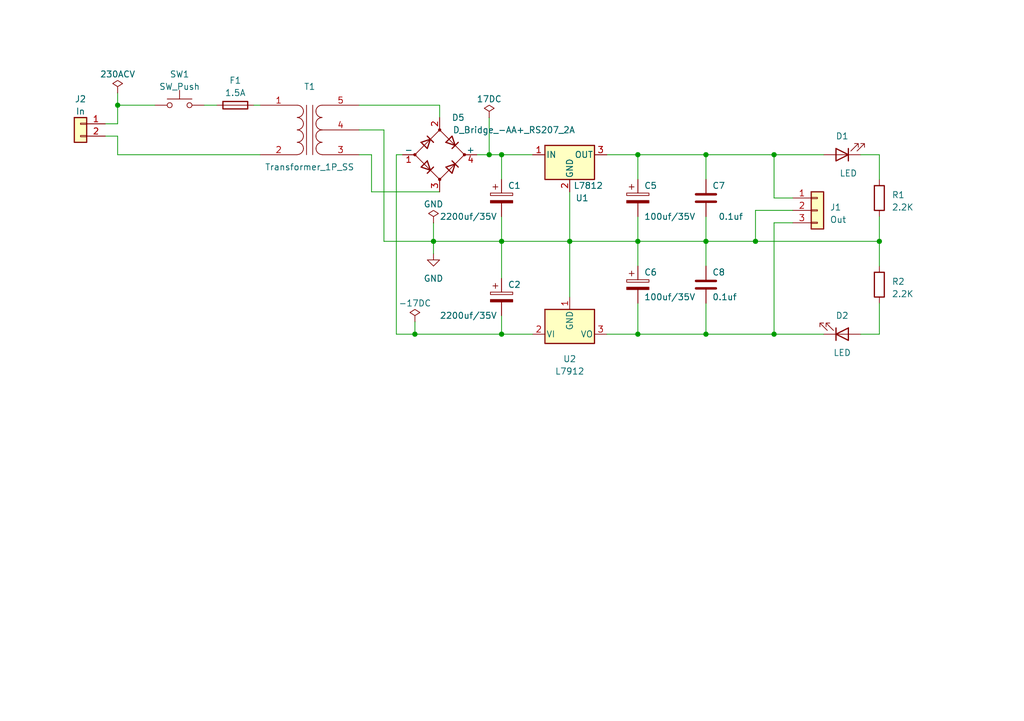
<source format=kicad_sch>
(kicad_sch (version 20230121) (generator eeschema)
  (paper "A5")
  (lib_symbols
    (symbol "Connector_Generic:Conn_01x02" (pin_names (offset 1.016) hide)
      (property "Reference" "J" (at 0 2.54 0))
      (property "Value" "Conn_01x02" (at 0 -5.08 0))
      (symbol "Conn_01x02_1_1"
        (rectangle (start -1.27 -2.413) (end 0 -2.667) (stroke (width 0.1524)))
        (rectangle (start -1.27 0.127) (end 0 -0.127) (stroke (width 0.1524)))
        (rectangle (start -1.27 1.27) (end 1.27 -3.81) (stroke (width 0.254)) (fill (type background)))
        (pin passive line (at -5.08 0 0) (length 3.81) (name "Pin_1") (number "1"))
        (pin passive line (at -5.08 -2.54 0) (length 3.81) (name "Pin_2") (number "2"))
      )
    )
    (symbol "Connector_Generic:Conn_01x03" (pin_names (offset 1.016) hide)
      (property "Reference" "J" (at 0 5.08 0))
      (property "Value" "Conn_01x03" (at 0 -5.08 0))
      (symbol "Conn_01x03_1_1"
        (rectangle (start -1.27 -2.413) (end 0 -2.667) (stroke (width 0.1524)))
        (rectangle (start -1.27 0.127) (end 0 -0.127) (stroke (width 0.1524)))
        (rectangle (start -1.27 2.667) (end 0 2.413) (stroke (width 0.1524)))
        (rectangle (start -1.27 3.81) (end 1.27 -3.81) (stroke (width 0.254)) (fill (type background)))
        (pin passive line (at -5.08 2.54 0) (length 3.81) (name "Pin_1") (number "1"))
        (pin passive line (at -5.08 0 0) (length 3.81) (name "Pin_2") (number "2"))
        (pin passive line (at -5.08 -2.54 0) (length 3.81) (name "Pin_3") (number "3"))
      )
    )
    (symbol "Device:C" (pin_numbers hide) (pin_names (offset 0.254))
      (property "Reference" "C" (at 0.635 2.54 0))
      (property "Value" "C" (at 0.635 -2.54 0))
      (symbol "C_0_1"
        (polyline (pts (xy -2.032 -0.762) (xy 2.032 -0.762)) (stroke (width 0.508)))
        (polyline (pts (xy -2.032 0.762) (xy 2.032 0.762)) (stroke (width 0.508)))
      )
      (symbol "C_1_1"
        (pin passive line (at 0 3.81 270) (length 2.794) (name "~") (number "1"))
        (pin passive line (at 0 -3.81 90) (length 2.794) (name "~") (number "2"))
      )
    )
    (symbol "Device:C_Polarized" (pin_numbers hide) (pin_names (offset 0.254))
      (property "Reference" "C" (at 0.635 2.54 0))
      (property "Value" "C_Polarized" (at 0.635 -2.54 0))
      (symbol "C_Polarized_0_1"
        (rectangle (start -2.286 0.508) (end 2.286 1.016))
        (polyline (pts (xy -1.778 2.286) (xy -0.762 2.286)))
        (polyline (pts (xy -1.27 2.794) (xy -1.27 1.778)))
        (rectangle (start 2.286 -0.508) (end -2.286 -1.016) (fill (type outline)))
      )
      (symbol "C_Polarized_1_1"
        (pin passive line (at 0 3.81 270) (length 2.794) (name "~") (number "1"))
        (pin passive line (at 0 -3.81 90) (length 2.794) (name "~") (number "2"))
      )
    )
    (symbol "Device:D_Bridge_-AA+" (pin_names (offset 0))
      (property "Reference" "D" (at 2.54 6.985 0))
      (property "Value" "D_Bridge_-AA+" (at 2.54 5.08 0))
      (symbol "D_Bridge_-AA+_0_1"
        (circle (center -5.08 0) (radius 0.254) (fill (type outline)))
        (circle (center 0 -5.08) (radius 0.254) (fill (type outline)))
        (polyline (pts (xy -2.54 3.81) (xy -1.27 2.54)) (stroke (width 0.254)))
        (polyline (pts (xy -1.27 -2.54) (xy -2.54 -3.81)) (stroke (width 0.254)))
        (polyline (pts (xy 2.54 -1.27) (xy 3.81 -2.54)) (stroke (width 0.254)))
        (polyline (pts (xy 2.54 1.27) (xy 3.81 2.54)) (stroke (width 0.254)))
        (polyline (pts (xy -3.81 2.54) (xy -2.54 1.27) (xy -1.905 3.175) (xy -3.81 2.54)) (stroke (width 0.254)))
        (polyline (pts (xy -2.54 -1.27) (xy -3.81 -2.54) (xy -1.905 -3.175) (xy -2.54 -1.27)) (stroke (width 0.254)))
        (polyline (pts (xy 1.27 2.54) (xy 2.54 3.81) (xy 3.175 1.905) (xy 1.27 2.54)) (stroke (width 0.254)))
        (polyline (pts (xy 3.175 -1.905) (xy 1.27 -2.54) (xy 2.54 -3.81) (xy 3.175 -1.905)) (stroke (width 0.254)))
        (polyline (pts (xy -5.08 0) (xy 0 -5.08) (xy 5.08 0) (xy 0 5.08) (xy -5.08 0)))
        (circle (center 0 5.08) (radius 0.254) (fill (type outline)))
        (circle (center 5.08 0) (radius 0.254) (fill (type outline)))
      )
      (symbol "D_Bridge_-AA+_1_1"
        (pin passive line (at -7.62 0 0) (length 2.54) (name "-") (number "1"))
        (pin passive line (at 0 7.62 270) (length 2.54) (name "~") (number "2"))
        (pin passive line (at 0 -7.62 90) (length 2.54) (name "~") (number "3"))
        (pin passive line (at 7.62 0 180) (length 2.54) (name "+") (number "4"))
      )
    )
    (symbol "Device:Fuse" (pin_numbers hide) (pin_names (offset 0))
      (property "Reference" "F" (at 2.032 0 90))
      (property "Value" "Fuse" (at -1.905 0 90))
      (symbol "Fuse_0_1"
        (rectangle (start -0.762 -2.54) (end 0.762 2.54) (stroke (width 0.254)))
        (polyline (pts (xy 0 2.54) (xy 0 -2.54)))
      )
      (symbol "Fuse_1_1"
        (pin passive line (at 0 3.81 270) (length 1.27) (name "~") (number "1"))
        (pin passive line (at 0 -3.81 90) (length 1.27) (name "~") (number "2"))
      )
    )
    (symbol "Device:LED" (pin_numbers hide) (pin_names (offset 1.016) hide)
      (property "Reference" "D" (at 0 2.54 0))
      (property "Value" "LED" (at 0 -2.54 0))
      (symbol "LED_0_1"
        (polyline (pts (xy -1.27 -1.27) (xy -1.27 1.27)) (stroke (width 0.254)))
        (polyline (pts (xy -1.27 0) (xy 1.27 0)))
        (polyline (pts (xy 1.27 -1.27) (xy 1.27 1.27) (xy -1.27 0) (xy 1.27 -1.27)) (stroke (width 0.254)))
        (polyline (pts (xy -3.048 -0.762) (xy -4.572 -2.286) (xy -3.81 -2.286) (xy -4.572 -2.286) (xy -4.572 -1.524)))
        (polyline (pts (xy -1.778 -0.762) (xy -3.302 -2.286) (xy -2.54 -2.286) (xy -3.302 -2.286) (xy -3.302 -1.524)))
      )
      (symbol "LED_1_1"
        (pin passive line (at -3.81 0 0) (length 2.54) (name "K") (number "1"))
        (pin passive line (at 3.81 0 180) (length 2.54) (name "A") (number "2"))
      )
    )
    (symbol "Device:R" (pin_numbers hide) (pin_names (offset 0))
      (property "Reference" "R" (at 2.032 0 90))
      (property "Value" "R" (at 0 0 90))
      (symbol "R_0_1"
        (rectangle (start -1.016 -2.54) (end 1.016 2.54) (stroke (width 0.254)))
      )
      (symbol "R_1_1"
        (pin passive line (at 0 3.81 270) (length 1.27) (name "~") (number "1"))
        (pin passive line (at 0 -3.81 90) (length 1.27) (name "~") (number "2"))
      )
    )
    (symbol "Device:Transformer_1P_SS" (pin_names (offset 1.016) hide)
      (property "Reference" "T" (at 0 6.35 0))
      (property "Value" "Transformer_1P_SS" (at 0 -7.62 0))
      (symbol "Transformer_1P_SS_0_1"
        (arc (start -2.54 -5.0546) (mid -1.6599 -4.6901) (end -1.27 -3.81))
        (arc (start -2.54 -2.5146) (mid -1.6599 -2.1501) (end -1.27 -1.27))
        (arc (start -2.54 0.0254) (mid -1.6599 0.3899) (end -1.27 1.27))
        (arc (start -2.54 2.5654) (mid -1.6599 2.9299) (end -1.27 3.81))
        (arc (start -1.27 -3.81) (mid -1.642 -2.912) (end -2.54 -2.54))
        (arc (start -1.27 -1.27) (mid -1.642 -0.372) (end -2.54 0))
        (arc (start -1.27 1.27) (mid -1.642 2.168) (end -2.54 2.54))
        (arc (start -1.27 3.81) (mid -1.642 4.708) (end -2.54 5.08))
        (polyline (pts (xy -0.635 5.08) (xy -0.635 -5.08)))
        (polyline (pts (xy 0.635 -5.08) (xy 0.635 5.08)))
        (arc (start 1.2954 -1.27) (mid 1.6599 -2.1501) (end 2.54 -2.5146))
        (arc (start 1.2954 1.27) (mid 1.6599 0.3899) (end 2.54 0.0254))
        (arc (start 1.2954 3.81) (mid 1.6599 2.9299) (end 2.54 2.5654))
        (arc (start 1.3208 -3.81) (mid 1.6853 -4.6901) (end 2.5654 -5.0546))
        (arc (start 2.54 0) (mid 1.642 -0.372) (end 1.2954 -1.27))
        (arc (start 2.54 2.54) (mid 1.642 2.168) (end 1.2954 1.27))
        (arc (start 2.54 5.08) (mid 1.642 4.708) (end 1.2954 3.81))
        (arc (start 2.5654 -2.54) (mid 1.6674 -2.912) (end 1.3208 -3.81))
      )
      (symbol "Transformer_1P_SS_1_1"
        (pin passive line (at -10.16 5.08 0) (length 7.62) (name "AA") (number "1"))
        (pin passive line (at -10.16 -5.08 0) (length 7.62) (name "AB") (number "2"))
        (pin passive line (at 10.16 -5.08 180) (length 7.62) (name "SA") (number "3"))
        (pin passive line (at 10.16 0 180) (length 7.62) (name "SC") (number "4"))
        (pin passive line (at 10.16 5.08 180) (length 7.62) (name "SB") (number "5"))
      )
    )
    (symbol "Regulator_Linear:L7812" (pin_names (offset 0.254))
      (property "Reference" "U" (at -3.81 3.175 0))
      (property "Value" "L7812" (at 0 3.175 0))
      (symbol "L7812_0_1"
        (rectangle (start -5.08 1.905) (end 5.08 -5.08) (stroke (width 0.254)) (fill (type background)))
      )
      (symbol "L7812_1_1"
        (pin power_in line (at -7.62 0 0) (length 2.54) (name "IN") (number "1"))
        (pin power_in line (at 0 -7.62 90) (length 2.54) (name "GND") (number "2"))
        (pin power_out line (at 7.62 0 180) (length 2.54) (name "OUT") (number "3"))
      )
    )
    (symbol "Regulator_Linear:L7912" (pin_names (offset 0.254))
      (property "Reference" "U" (at -3.81 -3.175 0))
      (property "Value" "L7912" (at 0 -3.175 0))
      (symbol "L7912_0_1"
        (rectangle (start -5.08 5.08) (end 5.08 -1.905) (stroke (width 0.254)) (fill (type background)))
      )
      (symbol "L7912_1_1"
        (pin power_in line (at 0 7.62 270) (length 2.54) (name "GND") (number "1"))
        (pin power_in line (at -7.62 0 0) (length 2.54) (name "VI") (number "2"))
        (pin power_out line (at 7.62 0 180) (length 2.54) (name "VO") (number "3"))
      )
    )
    (symbol "Switch:SW_Push" (pin_numbers hide) (pin_names (offset 1.016) hide)
      (property "Reference" "SW" (at 1.27 2.54 0))
      (property "Value" "SW_Push" (at 0 -1.524 0))
      (symbol "SW_Push_0_1"
        (circle (center -2.032 0) (radius 0.508))
        (polyline (pts (xy 0 1.27) (xy 0 3.048)))
        (polyline (pts (xy 2.54 1.27) (xy -2.54 1.27)))
        (circle (center 2.032 0) (radius 0.508))
        (pin passive line (at -5.08 0 0) (length 2.54) (name "1") (number "1"))
        (pin passive line (at 5.08 0 180) (length 2.54) (name "2") (number "2"))
      )
    )
    (symbol "power:GND" (power) (pin_names (offset 0))
      (property "Value" "GND" (at 0 -3.81 0))
      (symbol "GND_0_1"
        (polyline (pts (xy 0 0) (xy 0 -1.27) (xy 1.27 -1.27) (xy 0 -2.54) (xy -1.27 -1.27) (xy 0 -1.27)))
      )
      (symbol "GND_1_1"
        (pin power_in line (at 0 0 270) (length 0) hide (name "GND") (number "1"))
      )
    )
    (symbol "power:PWR_FLAG" (power) (pin_numbers hide) (pin_names (offset 0) hide)
      (property "Value" "PWR_FLAG" (at 0 3.81 0))
      (symbol "PWR_FLAG_0_0"
        (pin power_out line (at 0 0 90) (length 0) (name "pwr") (number "1"))
      )
      (symbol "PWR_FLAG_0_1"
        (polyline (pts (xy 0 0) (xy 0 1.27) (xy -1.016 1.905) (xy 0 2.54) (xy 1.016 1.905) (xy 0 1.27)))
      )
    )
  )
  (junction (at 24.13 21.59))
  (junction (at 85.09 68.58))
  (junction (at 130.81 31.75))
  (junction (at 102.87 68.58))
  (junction (at 144.78 68.58))
  (junction (at 144.78 49.53))
  (junction (at 130.81 49.53))
  (junction (at 102.87 49.53))
  (junction (at 102.87 31.75))
  (junction (at 154.94 49.53))
  (junction (at 180.34 49.53))
  (junction (at 130.81 68.58))
  (junction (at 158.75 31.75))
  (junction (at 88.9 49.53))
  (junction (at 144.78 31.75))
  (junction (at 116.84 49.53))
  (junction (at 100.33 31.75))
  (junction (at 158.75 68.58))
  (wire (pts (xy 100.33 31.75) (xy 102.87 31.75)))
  (wire (pts (xy 176.53 31.75) (xy 180.34 31.75)))
  (wire (pts (xy 73.66 21.59) (xy 90.17 21.59)))
  (wire (pts (xy 144.78 68.58) (xy 144.78 62.23)))
  (wire (pts (xy 158.75 31.75) (xy 168.91 31.75)))
  (wire (pts (xy 73.66 31.75) (xy 76.2 31.75)))
  (wire (pts (xy 88.9 49.53) (xy 102.87 49.53)))
  (wire (pts (xy 102.87 49.53) (xy 102.87 57.15)))
  (wire (pts (xy 180.34 31.75) (xy 180.34 36.83)))
  (wire (pts (xy 24.13 25.4) (xy 21.59 25.4)))
  (wire (pts (xy 85.09 68.58) (xy 102.87 68.58)))
  (wire (pts (xy 144.78 68.58) (xy 158.75 68.58)))
  (wire (pts (xy 102.87 68.58) (xy 109.22 68.58)))
  (wire (pts (xy 130.81 49.53) (xy 116.84 49.53)))
  (wire (pts (xy 162.56 45.72) (xy 158.75 45.72)))
  (wire (pts (xy 162.56 43.18) (xy 154.94 43.18)))
  (wire (pts (xy 130.81 44.45) (xy 130.81 49.53)))
  (wire (pts (xy 130.81 68.58) (xy 144.78 68.58)))
  (wire (pts (xy 24.13 21.59) (xy 31.75 21.59)))
  (wire (pts (xy 162.56 40.64) (xy 158.75 40.64)))
  (wire (pts (xy 154.94 43.18) (xy 154.94 49.53)))
  (wire (pts (xy 97.79 31.75) (xy 100.33 31.75)))
  (wire (pts (xy 102.87 31.75) (xy 109.22 31.75)))
  (wire (pts (xy 76.2 39.37) (xy 90.17 39.37)))
  (wire (pts (xy 102.87 44.45) (xy 102.87 49.53)))
  (wire (pts (xy 124.46 31.75) (xy 130.81 31.75)))
  (wire (pts (xy 52.07 21.59) (xy 53.34 21.59)))
  (wire (pts (xy 88.9 49.53) (xy 88.9 52.07)))
  (wire (pts (xy 21.59 27.94) (xy 24.13 27.94)))
  (wire (pts (xy 144.78 49.53) (xy 154.94 49.53)))
  (wire (pts (xy 144.78 49.53) (xy 144.78 54.61)))
  (wire (pts (xy 144.78 44.45) (xy 144.78 49.53)))
  (wire (pts (xy 130.81 62.23) (xy 130.81 68.58)))
  (wire (pts (xy 176.53 68.58) (xy 180.34 68.58)))
  (wire (pts (xy 88.9 45.72) (xy 88.9 49.53)))
  (wire (pts (xy 73.66 26.67) (xy 78.74 26.67)))
  (wire (pts (xy 81.28 68.58) (xy 85.09 68.58)))
  (wire (pts (xy 154.94 49.53) (xy 180.34 49.53)))
  (wire (pts (xy 41.91 21.59) (xy 44.45 21.59)))
  (wire (pts (xy 116.84 39.37) (xy 116.84 49.53)))
  (wire (pts (xy 144.78 31.75) (xy 130.81 31.75)))
  (wire (pts (xy 102.87 49.53) (xy 116.84 49.53)))
  (wire (pts (xy 78.74 26.67) (xy 78.74 49.53)))
  (wire (pts (xy 144.78 31.75) (xy 158.75 31.75)))
  (wire (pts (xy 158.75 45.72) (xy 158.75 68.58)))
  (wire (pts (xy 158.75 68.58) (xy 168.91 68.58)))
  (wire (pts (xy 85.09 66.04) (xy 85.09 68.58)))
  (wire (pts (xy 116.84 49.53) (xy 116.84 60.96)))
  (wire (pts (xy 81.28 31.75) (xy 81.28 68.58)))
  (wire (pts (xy 144.78 36.83) (xy 144.78 31.75)))
  (wire (pts (xy 102.87 64.77) (xy 102.87 68.58)))
  (wire (pts (xy 180.34 49.53) (xy 180.34 54.61)))
  (wire (pts (xy 76.2 31.75) (xy 76.2 39.37)))
  (wire (pts (xy 158.75 40.64) (xy 158.75 31.75)))
  (wire (pts (xy 180.34 62.23) (xy 180.34 68.58)))
  (wire (pts (xy 78.74 49.53) (xy 88.9 49.53)))
  (wire (pts (xy 130.81 31.75) (xy 130.81 36.83)))
  (wire (pts (xy 24.13 21.59) (xy 24.13 25.4)))
  (wire (pts (xy 24.13 27.94) (xy 24.13 31.75)))
  (wire (pts (xy 180.34 44.45) (xy 180.34 49.53)))
  (wire (pts (xy 102.87 31.75) (xy 102.87 36.83)))
  (wire (pts (xy 130.81 49.53) (xy 130.81 54.61)))
  (wire (pts (xy 24.13 31.75) (xy 53.34 31.75)))
  (wire (pts (xy 90.17 21.59) (xy 90.17 24.13)))
  (wire (pts (xy 24.13 19.05) (xy 24.13 21.59)))
  (wire (pts (xy 130.81 68.58) (xy 124.46 68.58)))
  (wire (pts (xy 82.55 31.75) (xy 81.28 31.75)))
  (wire (pts (xy 100.33 24.13) (xy 100.33 31.75)))
  (wire (pts (xy 130.81 49.53) (xy 144.78 49.53)))
  (symbol (lib_id "Connector_Generic:Conn_01x03") (at 167.64 43.18 0) (unit 1)
    (property "Reference" "J1" (at 170.18 42.545 0) (effects (justify left)))
    (property "Value" "Out" (at 170.18 45.085 0) (effects (justify left)))
    (property "Footprint" "TerminalBlock:TerminalBlock_bornier-3_P5.08mm" (effects hide))
  )
  (symbol (lib_id "Device:C_Polarized") (at 130.81 58.42 0) (unit 1)
    (property "Reference" "C6" (at 132.08 55.88 0) (effects (justify left)))
    (property "Value" "100uf/35V" (at 132.08 60.96 0) (effects (justify left)))
    (property "Footprint" "Capacitor_THT:CP_Radial_D8.0mm_P3.80mm" (effects hide))
  )
  (symbol (lib_id "Device:R") (at 180.34 58.42 0) (unit 1)
    (property "Reference" "R2" (at 182.88 57.785 0) (effects (justify left)))
    (property "Value" "2.2K" (at 182.88 60.325 0) (effects (justify left)))
    (property "Footprint" "Resistor_THT:R_Axial_DIN0414_L11.9mm_D4.5mm_P20.32mm_Horizontal" (effects hide))
  )
  (symbol (lib_id "power:PWR_FLAG") (at 100.33 24.13 0) (unit 1)
    (property "Reference" "#FLG02" (effects hide))
    (property "Value" "17DC" (at 100.33 20.32 0))
  )
  (symbol (lib_id "Connector_Generic:Conn_01x02") (at 16.51 25.4 0) (mirror y) (unit 1)
    (property "Reference" "J2" (at 16.51 20.32 0))
    (property "Value" "In" (at 16.51 22.86 0))
  )
  (symbol (lib_id "power:PWR_FLAG") (at 88.9 45.72 0) (unit 1)
    (property "Reference" "#FLG04" (effects hide))
    (property "Value" "GND" (at 88.9 41.91 0))
  )
  (symbol (lib_id "Device:C_Polarized") (at 102.87 60.96 0) (unit 1)
    (property "Reference" "C2" (at 104.14 58.42 0) (effects (justify left)))
    (property "Value" "2200uf/35V" (at 90.17 64.77 0) (effects (justify left)))
    (property "Footprint" "Capacitor_THT:CP_Radial_D8.0mm_P3.80mm" (effects hide))
  )
  (symbol (lib_id "Switch:SW_Push") (at 36.83 21.59 0) (unit 1)
    (property "Reference" "SW1" (at 36.83 15.24 0))
    (property "Value" "SW_Push" (at 36.83 17.78 0))
  )
  (symbol (lib_id "Regulator_Linear:L7812") (at 116.84 31.75 0) (unit 1)
    (property "Reference" "U1" (at 119.38 40.64 0))
    (property "Value" "L7812" (at 120.65 38.1 0))
    (property "Footprint" "Package_TO_SOT_THT:TO-3P-3_Vertical" (effects hide))
    (property "Datasheet" "http://www.st.com/content/ccc/resource/technical/document/datasheet/41/4f/b3/b0/12/d4/47/88/CD00000444.pdf/files/CD00000444.pdf/jcr:content/translations/en.CD00000444.pdf" (effects hide))
  )
  (symbol (lib_id "Device:D_Bridge_-AA+") (at 90.17 31.75 0) (unit 1)
    (property "Reference" "D5" (at 93.98 24.13 0))
    (property "Value" "D_Bridge_-AA+_RS207_2A" (at 105.41 26.67 0))
    (property "Footprint" "Resistor_THT:R_Array_SIP4" (effects hide))
  )
  (symbol (lib_id "Device:C_Polarized") (at 130.81 40.64 0) (unit 1)
    (property "Reference" "C5" (at 132.08 38.1 0) (effects (justify left)))
    (property "Value" "100uf/35V" (at 132.08 44.45 0) (effects (justify left)))
    (property "Footprint" "Capacitor_THT:CP_Radial_D8.0mm_P3.80mm" (effects hide))
  )
  (symbol (lib_id "power:PWR_FLAG") (at 24.13 19.05 0) (unit 1)
    (property "Reference" "#FLG01" (effects hide))
    (property "Value" "230ACV" (at 24.13 15.24 0))
  )
  (symbol (lib_id "Regulator_Linear:L7912") (at 116.84 68.58 0) (unit 1)
    (property "Reference" "U2" (at 116.84 73.66 0))
    (property "Value" "L7912" (at 116.84 76.2 0))
    (property "Footprint" "Package_TO_SOT_THT:TO-3P-3_Vertical" (effects hide))
    (property "Datasheet" "http://www.st.com/content/ccc/resource/technical/document/datasheet/c9/16/86/41/c7/2b/45/f2/CD00000450.pdf/files/CD00000450.pdf/jcr:content/translations/en.CD00000450.pdf" (effects hide))
  )
  (symbol (lib_id "Device:C") (at 144.78 58.42 0) (unit 1)
    (property "Reference" "C8" (at 146.05 55.88 0) (effects (justify left)))
    (property "Value" "0.1uf" (at 146.05 60.96 0) (effects (justify left)))
    (property "Footprint" "Capacitor_THT:CP_Axial_L11.0mm_D6.0mm_P18.00mm_Horizontal" (effects hide))
  )
  (symbol (lib_id "Device:C_Polarized") (at 102.87 40.64 0) (unit 1)
    (property "Reference" "C1" (at 104.14 38.1 0) (effects (justify left)))
    (property "Value" "2200uf/35V" (at 90.17 44.45 0) (effects (justify left)))
    (property "Footprint" "Capacitor_THT:CP_Radial_D8.0mm_P3.80mm" (effects hide))
  )
  (symbol (lib_id "Device:C") (at 144.78 40.64 0) (unit 1)
    (property "Reference" "C7" (at 146.05 38.1 0) (effects (justify left)))
    (property "Value" "0.1uf" (at 147.32 44.45 0) (effects (justify left)))
    (property "Footprint" "Capacitor_THT:CP_Axial_L11.0mm_D6.0mm_P18.00mm_Horizontal" (effects hide))
  )
  (symbol (lib_id "Device:Transformer_1P_SS") (at 63.5 26.67 0) (unit 1)
    (property "Reference" "T1" (at 63.5127 17.78 0))
    (property "Value" "Transformer_1P_SS" (at 63.5 34.29 0))
  )
  (symbol (lib_id "Device:LED") (at 172.72 31.75 180) (unit 1)
    (property "Reference" "D1" (at 172.72 27.94 0))
    (property "Value" "LED" (at 173.99 35.56 0))
    (property "Footprint" "LED_THT:LED_D5.0mm" (effects hide))
  )
  (symbol (lib_id "power:GND") (at 88.9 52.07 0) (unit 1)
    (property "Reference" "#PWR01" (effects hide))
    (property "Value" "GND" (at 88.9 57.15 0))
  )
  (symbol (lib_id "Device:R") (at 180.34 40.64 0) (unit 1)
    (property "Reference" "R1" (at 182.88 40.005 0) (effects (justify left)))
    (property "Value" "2.2K" (at 182.88 42.545 0) (effects (justify left)))
    (property "Footprint" "Resistor_THT:R_Axial_DIN0414_L11.9mm_D4.5mm_P20.32mm_Horizontal" (effects hide))
  )
  (symbol (lib_id "Device:LED") (at 172.72 68.58 0) (mirror x) (unit 1)
    (property "Reference" "D2" (at 172.72 64.77 0))
    (property "Value" "LED" (at 172.72 72.39 0))
    (property "Footprint" "LED_THT:LED_D5.0mm" (effects hide))
  )
  (symbol (lib_id "Device:Fuse") (at 48.26 21.59 90) (unit 1)
    (property "Reference" "F1" (at 48.26 16.51 90))
    (property "Value" "1.5A" (at 48.26 19.05 90))
  )
  (symbol (lib_id "power:PWR_FLAG") (at 85.09 66.04 0) (unit 1)
    (property "Reference" "#FLG03" (effects hide))
    (property "Value" "-17DC" (at 85.09 62.23 0))
  )
)
</source>
